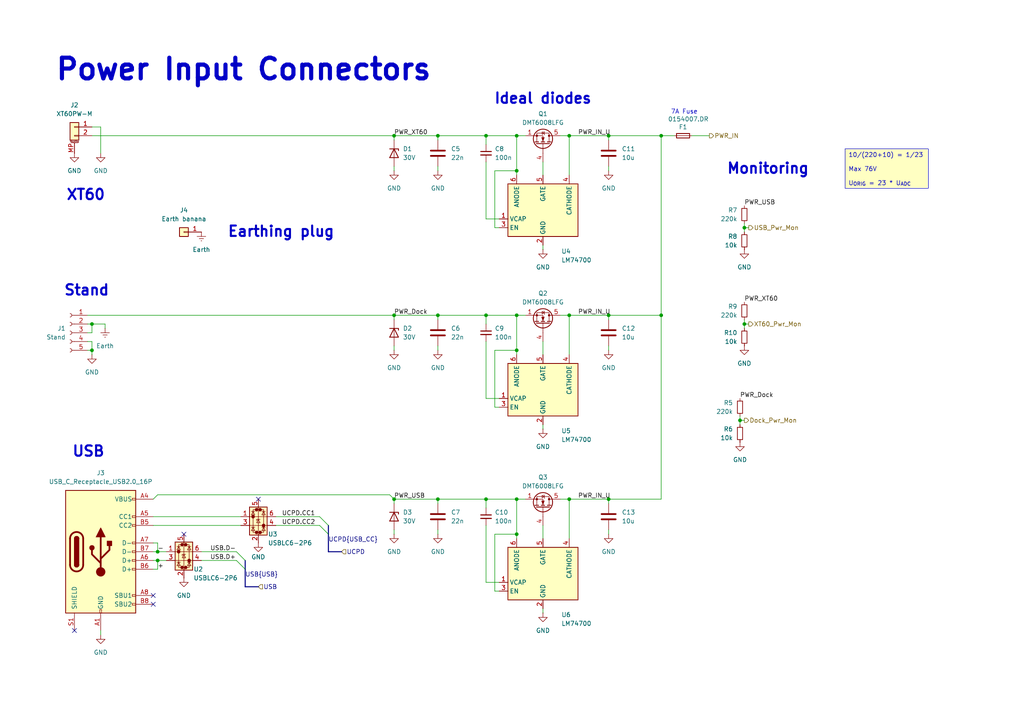
<source format=kicad_sch>
(kicad_sch (version 20241209) (generator "eeschema") (generator_version "9.0")
  (paper "A4")
  (lib_symbols
    (symbol "0154007.DRL_1" (pin_numbers (hide yes)) (pin_names (hide yes))
      (property "Reference" "F" (at 13.97 6.35 0))
      (property "Value" "0154007.DR" (at 13.97 3.81 0))
      (symbol "0154007.DRL_1_1_1"
        (rectangle (start 0.635 0.635) (end 4.445 -0.635) (stroke (width 0.254)))
        (pin passive line (at 0 0 0) (length 2.54) (name "1") (number "1"))
        (pin passive line (at 5.08 0 180) (length 2.54) (name "") (number "2"))
      )
    )
    (symbol "Connector:Conn_01x05_Socket" (pin_names (offset 1.016) (hide yes))
      (property "Reference" "J" (at 0 7.62 0))
      (property "Value" "Conn_01x05_Socket" (at 0 -7.62 0))
      (symbol "Conn_01x05_Socket_1_1"
        (polyline (pts (xy -1.27 5.08) (xy -0.508 5.08)) (stroke (width 0.1524)))
        (polyline (pts (xy -1.27 2.54) (xy -0.508 2.54)) (stroke (width 0.1524)))
        (polyline (pts (xy -1.27 0) (xy -0.508 0)) (stroke (width 0.1524)))
        (polyline (pts (xy -1.27 -2.54) (xy -0.508 -2.54)) (stroke (width 0.1524)))
        (polyline (pts (xy -1.27 -5.08) (xy -0.508 -5.08)) (stroke (width 0.1524)))
        (arc (start 0 4.572) (mid -0.5058 5.08) (end 0 5.588) (stroke (width 0.1524)))
        (arc (start 0 2.032) (mid -0.5058 2.54) (end 0 3.048) (stroke (width 0.1524)))
        (arc (start 0 -0.508) (mid -0.5058 0) (end 0 0.508) (stroke (width 0.1524)))
        (arc (start 0 -3.048) (mid -0.5058 -2.54) (end 0 -2.032) (stroke (width 0.1524)))
        (arc (start 0 -5.588) (mid -0.5058 -5.08) (end 0 -4.572) (stroke (width 0.1524)))
        (pin passive line (at -5.08 5.08 0) (length 3.81) (name "Pin_1") (number "1"))
        (pin passive line (at -5.08 2.54 0) (length 3.81) (name "Pin_2") (number "2"))
        (pin passive line (at -5.08 0 0) (length 3.81) (name "Pin_3") (number "3"))
        (pin passive line (at -5.08 -2.54 0) (length 3.81) (name "Pin_4") (number "4"))
        (pin passive line (at -5.08 -5.08 0) (length 3.81) (name "Pin_5") (number "5"))
      )
    )
    (symbol "Connector:USB_C_Receptacle_USB2.0_16P" (pin_names (offset 1.016))
      (property "Reference" "J" (at 0 22.225 0))
      (property "Value" "USB_C_Receptacle_USB2.0_16P" (at 0 19.685 0))
      (symbol "USB_C_Receptacle_USB2.0_16P_0_0"
        (rectangle (start -0.254 -17.78) (end 0.254 -16.764))
        (rectangle (start 10.16 15.494) (end 9.144 14.986))
        (rectangle (start 10.16 10.414) (end 9.144 9.906))
        (rectangle (start 10.16 7.874) (end 9.144 7.366))
        (rectangle (start 10.16 2.794) (end 9.144 2.286))
        (rectangle (start 10.16 0.254) (end 9.144 -0.254))
        (rectangle (start 10.16 -2.286) (end 9.144 -2.794))
        (rectangle (start 10.16 -4.826) (end 9.144 -5.334))
        (rectangle (start 10.16 -12.446) (end 9.144 -12.954))
        (rectangle (start 10.16 -14.986) (end 9.144 -15.494))
      )
      (symbol "USB_C_Receptacle_USB2.0_16P_0_1"
        (rectangle (start -10.16 17.78) (end 10.16 -17.78) (stroke (width 0.254)) (fill (type background)))
        (polyline (pts (xy -8.89 -3.81) (xy -8.89 3.81)) (stroke (width 0.508)))
        (rectangle (start -7.62 -3.81) (end -6.35 3.81) (stroke (width 0.254)) (fill (type outline)))
        (arc (start -7.62 3.81) (mid -6.985 4.4423) (end -6.35 3.81) (stroke (width 0.254)))
        (arc (start -7.62 3.81) (mid -6.985 4.4423) (end -6.35 3.81) (stroke (width 0.254)) (fill (type outline)))
        (arc (start -8.89 3.81) (mid -6.985 5.7067) (end -5.08 3.81) (stroke (width 0.508)))
        (arc (start -5.08 -3.81) (mid -6.985 -5.7067) (end -8.89 -3.81) (stroke (width 0.508)))
        (arc (start -6.35 -3.81) (mid -6.985 -4.4423) (end -7.62 -3.81) (stroke (width 0.254)) (fill (type outline)))
        (arc (start -6.35 -3.81) (mid -6.985 -4.4423) (end -7.62 -3.81) (stroke (width 0.254)))
        (polyline (pts (xy -5.08 3.81) (xy -5.08 -3.81)) (stroke (width 0.508)))
        (circle (center -2.54 1.143) (radius 0.635) (stroke (width 0.254)) (fill (type outline)))
        (polyline (pts (xy -1.27 4.318) (xy 0 6.858) (xy 1.27 4.318) (xy -1.27 4.318)) (stroke (width 0.254)) (fill (type outline)))
        (polyline (pts (xy 0 -2.032) (xy 2.54 0.508) (xy 2.54 1.778)) (stroke (width 0.508)))
        (polyline (pts (xy 0 -3.302) (xy -2.54 -0.762) (xy -2.54 0.508)) (stroke (width 0.508)))
        (polyline (pts (xy 0 -5.842) (xy 0 4.318)) (stroke (width 0.508)))
        (circle (center 0 -5.842) (radius 1.27) (fill (type outline)))
        (rectangle (start 1.905 1.778) (end 3.175 3.048) (stroke (width 0.254)) (fill (type outline)))
      )
      (symbol "USB_C_Receptacle_USB2.0_16P_1_1"
        (pin passive line (at -7.62 -22.86 90) (length 5.08) (name "SHIELD") (number "S1"))
        (pin passive line (at 0 -22.86 90) (length 5.08) (name "GND") (number "A1"))
        (pin passive line (at 0 -22.86 90) (length 5.08) (hide yes) (name "GND") (number "A12"))
        (pin passive line (at 0 -22.86 90) (length 5.08) (hide yes) (name "GND") (number "B1"))
        (pin passive line (at 0 -22.86 90) (length 5.08) (hide yes) (name "GND") (number "B12"))
        (pin passive line (at 15.24 15.24 180) (length 5.08) (name "VBUS") (number "A4"))
        (pin passive line (at 15.24 15.24 180) (length 5.08) (hide yes) (name "VBUS") (number "A9"))
        (pin passive line (at 15.24 15.24 180) (length 5.08) (hide yes) (name "VBUS") (number "B4"))
        (pin passive line (at 15.24 15.24 180) (length 5.08) (hide yes) (name "VBUS") (number "B9"))
        (pin bidirectional line (at 15.24 10.16 180) (length 5.08) (name "CC1") (number "A5"))
        (pin bidirectional line (at 15.24 7.62 180) (length 5.08) (name "CC2") (number "B5"))
        (pin bidirectional line (at 15.24 2.54 180) (length 5.08) (name "D-") (number "A7"))
        (pin bidirectional line (at 15.24 0 180) (length 5.08) (name "D-") (number "B7"))
        (pin bidirectional line (at 15.24 -2.54 180) (length 5.08) (name "D+") (number "A6"))
        (pin bidirectional line (at 15.24 -5.08 180) (length 5.08) (name "D+") (number "B6"))
        (pin bidirectional line (at 15.24 -12.7 180) (length 5.08) (name "SBU1") (number "A8"))
        (pin bidirectional line (at 15.24 -15.24 180) (length 5.08) (name "SBU2") (number "B8"))
      )
    )
    (symbol "Connector_Generic:Conn_01x01" (pin_names (offset 1.016) (hide yes))
      (property "Reference" "J" (at 0 2.54 0))
      (property "Value" "Conn_01x01" (at 0 -2.54 0))
      (symbol "Conn_01x01_1_1"
        (rectangle (start -1.27 1.27) (end 1.27 -1.27) (stroke (width 0.254)) (fill (type background)))
        (rectangle (start -1.27 0.127) (end 0 -0.127) (stroke (width 0.1524)))
        (pin passive line (at -5.08 0 0) (length 3.81) (name "Pin_1") (number "1"))
      )
    )
    (symbol "Connector_Generic_MountingPin:Conn_01x02_MountingPin" (pin_names (offset 1.016) (hide yes))
      (property "Reference" "J" (at 0 2.54 0))
      (property "Value" "Conn_01x02_MountingPin" (at 1.27 -5.08 0))
      (symbol "Conn_01x02_MountingPin_1_1"
        (rectangle (start -1.27 1.27) (end 1.27 -3.81) (stroke (width 0.254)) (fill (type background)))
        (rectangle (start -1.27 0.127) (end 0 -0.127) (stroke (width 0.1524)))
        (rectangle (start -1.27 -2.413) (end 0 -2.667) (stroke (width 0.1524)))
        (polyline (pts (xy -1.016 -4.572) (xy 1.016 -4.572)) (stroke (width 0.1524)))
        (text "Mounting" (at 0 -4.191 0) (effects (font (size 0.381 0.381))))
        (pin passive line (at -5.08 0 0) (length 3.81) (name "Pin_1") (number "1"))
        (pin passive line (at -5.08 -2.54 0) (length 3.81) (name "Pin_2") (number "2"))
        (pin passive line (at 0 -7.62 90) (length 3.048) (name "MountPin") (number "MP"))
      )
    )
    (symbol "Device:C" (pin_numbers (hide yes)) (pin_names (offset 0.254))
      (property "Reference" "C" (at 0.635 2.54 0))
      (property "Value" "C" (at 0.635 -2.54 0))
      (symbol "C_0_1"
        (polyline (pts (xy -2.032 0.762) (xy 2.032 0.762)) (stroke (width 0.508)))
        (polyline (pts (xy -2.032 -0.762) (xy 2.032 -0.762)) (stroke (width 0.508)))
      )
      (symbol "C_1_1"
        (pin passive line (at 0 3.81 270) (length 2.794) (name "~") (number "1"))
        (pin passive line (at 0 -3.81 90) (length 2.794) (name "~") (number "2"))
      )
    )
    (symbol "Device:C_Small" (pin_numbers (hide yes)) (pin_names (offset 0.254) (hide yes))
      (property "Reference" "C" (at 0.254 1.778 0))
      (property "Value" "C_Small" (at 0.254 -2.032 0))
      (symbol "C_Small_0_1"
        (polyline (pts (xy -1.524 0.508) (xy 1.524 0.508)) (stroke (width 0.3048)))
        (polyline (pts (xy -1.524 -0.508) (xy 1.524 -0.508)) (stroke (width 0.3302)))
      )
      (symbol "C_Small_1_1"
        (pin passive line (at 0 2.54 270) (length 2.032) (name "~") (number "1"))
        (pin passive line (at 0 -2.54 90) (length 2.032) (name "~") (number "2"))
      )
    )
    (symbol "Device:R_Small" (pin_numbers (hide yes)) (pin_names (offset 0.254) (hide yes))
      (property "Reference" "R" (at 0.762 0.508 0))
      (property "Value" "R_Small" (at 0.762 -1.016 0))
      (symbol "R_Small_0_1"
        (rectangle (start -0.762 1.778) (end 0.762 -1.778) (stroke (width 0.2032)))
      )
      (symbol "R_Small_1_1"
        (pin passive line (at 0 2.54 270) (length 0.762) (name "~") (number "1"))
        (pin passive line (at 0 -2.54 90) (length 0.762) (name "~") (number "2"))
      )
    )
    (symbol "Diode:ZPYxx" (pin_numbers (hide yes)) (pin_names (hide yes))
      (property "Reference" "D" (at 0 2.54 0))
      (property "Value" "ZPYxx" (at 0 -2.54 0))
      (symbol "ZPYxx_0_1"
        (polyline (pts (xy -1.27 -1.27) (xy -1.27 1.27) (xy -0.762 1.27)) (stroke (width 0.254)))
        (polyline (pts (xy 1.27 0) (xy -1.27 0)))
        (polyline (pts (xy 1.27 -1.27) (xy 1.27 1.27) (xy -1.27 0) (xy 1.27 -1.27)) (stroke (width 0.254)))
      )
      (symbol "ZPYxx_1_1"
        (pin passive line (at -3.81 0 0) (length 2.54) (name "K") (number "1"))
        (pin passive line (at 3.81 0 180) (length 2.54) (name "A") (number "2"))
      )
    )
    (symbol "Power_Management:LM74700"
      (property "Reference" "U" (at -9.525 -8.89 0))
      (property "Value" "LM74700" (at 7.62 -8.89 0))
      (symbol "LM74700_0_1"
        (rectangle (start -10.16 7.62) (end 10.16 -7.62) (stroke (width 0.254)) (fill (type background)))
      )
      (symbol "LM74700_1_1"
        (pin passive line (at -12.7 -2.54 0) (length 2.54) (name "VCAP") (number "1"))
        (pin input line (at -12.7 -5.08 0) (length 2.54) (name "EN") (number "3"))
        (pin power_in line (at -7.62 10.16 270) (length 2.54) (name "ANODE") (number "6"))
        (pin output line (at 0 10.16 270) (length 2.54) (name "GATE") (number "5"))
        (pin power_in line (at 0 -10.16 90) (length 2.54) (name "GND") (number "2"))
        (pin input line (at 7.62 10.16 270) (length 2.54) (name "CATHODE") (number "4"))
      )
    )
    (symbol "Power_Protection:USBLC6-2P6" (pin_names (hide yes))
      (property "Reference" "U" (at 0.635 5.715 0))
      (property "Value" "USBLC6-2P6" (at 0.635 3.81 0))
      (symbol "USBLC6-2P6_0_0"
        (circle (center -1.524 0) (radius 0.0001) (stroke (width 0.508)))
        (circle (center -0.508 2.032) (radius 0.0001) (stroke (width 0.508)))
        (circle (center -0.508 -4.572) (radius 0.0001) (stroke (width 0.508)))
        (circle (center 0.508 2.032) (radius 0.0001) (stroke (width 0.508)))
        (circle (center 0.508 -4.572) (radius 0.0001) (stroke (width 0.508)))
        (circle (center 1.524 -2.54) (radius 0.0001) (stroke (width 0.508)))
      )
      (symbol "USBLC6-2P6_0_1"
        (polyline (pts (xy -2.54 0) (xy 2.54 0)))
        (polyline (pts (xy -2.54 -2.54) (xy 2.54 -2.54)))
        (polyline (pts (xy -2.032 0.508) (xy -1.016 0.508) (xy -1.524 1.524) (xy -2.032 0.508)))
        (polyline (pts (xy -2.032 -3.048) (xy -1.016 -3.048)))
        (polyline (pts (xy -1.016 1.524) (xy -2.032 1.524)))
        (polyline (pts (xy -1.016 -4.064) (xy -2.032 -4.064) (xy -1.524 -3.048) (xy -1.016 -4.064)))
        (polyline (pts (xy -0.508 -1.143) (xy -0.508 -0.762) (xy 0.508 -0.762)))
        (polyline (pts (xy 0 2.54) (xy -0.508 2.032) (xy 0.508 2.032) (xy 0 1.524) (xy 0 -4.064) (xy -0.508 -4.572) (xy 0.508 -4.572) (xy 0 -5.08)))
        (polyline (pts (xy 0.508 -1.778) (xy -0.508 -1.778) (xy 0 -0.762) (xy 0.508 -1.778)))
        (polyline (pts (xy 1.016 1.524) (xy 2.032 1.524)))
        (polyline (pts (xy 1.016 -3.048) (xy 2.032 -3.048)))
        (polyline (pts (xy 2.032 0.508) (xy 1.016 0.508) (xy 1.524 1.524) (xy 2.032 0.508)))
        (polyline (pts (xy 2.032 -4.064) (xy 1.016 -4.064) (xy 1.524 -3.048) (xy 2.032 -4.064)))
      )
      (symbol "USBLC6-2P6_1_1"
        (rectangle (start -2.54 2.794) (end 2.54 -5.334) (stroke (width 0.254)) (fill (type background)))
        (polyline (pts (xy -0.508 2.032) (xy -1.524 2.032) (xy -1.524 -4.572) (xy -0.508 -4.572)))
        (polyline (pts (xy 0.508 -4.572) (xy 1.524 -4.572) (xy 1.524 2.032) (xy 0.508 2.032)))
        (pin passive line (at -5.08 0 0) (length 2.54) (name "I/O1") (number "1"))
        (pin passive line (at -5.08 -2.54 0) (length 2.54) (name "I/O2") (number "3"))
        (pin passive line (at 0 5.08 270) (length 2.54) (name "VBUS") (number "5"))
        (pin passive line (at 0 -7.62 90) (length 2.54) (name "GND") (number "2"))
        (pin passive line (at 5.08 0 180) (length 2.54) (name "I/O1") (number "6"))
        (pin passive line (at 5.08 -2.54 180) (length 2.54) (name "I/O2") (number "4"))
      )
    )
    (symbol "Transistor_FET:DMT6008LFG" (pin_names (hide yes))
      (property "Reference" "Q" (at 5.08 1.905 0))
      (property "Value" "DMT6008LFG" (at 5.08 0 0))
      (symbol "DMT6008LFG_0_1"
        (polyline (pts (xy 0.254 1.905) (xy 0.254 -1.905)) (stroke (width 0.254)))
        (polyline (pts (xy 0.254 0) (xy -2.54 0)))
        (polyline (pts (xy 0.762 2.286) (xy 0.762 1.27)) (stroke (width 0.254)))
        (polyline (pts (xy 0.762 0.508) (xy 0.762 -0.508)) (stroke (width 0.254)))
        (polyline (pts (xy 0.762 -1.27) (xy 0.762 -2.286)) (stroke (width 0.254)))
        (polyline (pts (xy 0.762 -1.778) (xy 3.302 -1.778) (xy 3.302 1.778) (xy 0.762 1.778)))
        (polyline (pts (xy 1.016 0) (xy 2.032 0.381) (xy 2.032 -0.381) (xy 1.016 0)) (fill (type outline)))
        (circle (center 1.651 0) (radius 2.794) (stroke (width 0.254)))
        (polyline (pts (xy 2.54 2.54) (xy 2.54 1.778)))
        (circle (center 2.54 1.778) (radius 0.254) (fill (type outline)))
        (circle (center 2.54 -1.778) (radius 0.254) (fill (type outline)))
        (polyline (pts (xy 2.54 -2.54) (xy 2.54 0) (xy 0.762 0)))
        (polyline (pts (xy 2.794 0.508) (xy 2.921 0.381) (xy 3.683 0.381) (xy 3.81 0.254)))
        (polyline (pts (xy 3.302 0.381) (xy 2.921 -0.254) (xy 3.683 -0.254) (xy 3.302 0.381)))
      )
      (symbol "DMT6008LFG_1_1"
        (pin passive line (at -5.08 0 0) (length 2.54) (name "G") (number "4"))
        (pin passive line (at 2.54 5.08 270) (length 2.54) (name "D") (number "5"))
        (pin passive line (at 2.54 -5.08 90) (length 2.54) (name "S") (number "1"))
        (pin passive line (at 2.54 -5.08 90) (length 2.54) (hide yes) (name "S") (number "2"))
        (pin passive line (at 2.54 -5.08 90) (length 2.54) (hide yes) (name "S") (number "3"))
      )
    )
    (symbol "power:Earth" (power) (pin_numbers (hide yes)) (pin_names (offset 0) (hide yes))
      (property "Value" "Earth" (at 0 -3.81 0))
      (symbol "Earth_0_1"
        (polyline (pts (xy -0.635 -1.905) (xy 0.635 -1.905)))
        (polyline (pts (xy -0.127 -2.54) (xy 0.127 -2.54)))
        (polyline (pts (xy 0 -1.27) (xy 0 0)))
        (polyline (pts (xy 1.27 -1.27) (xy -1.27 -1.27)))
      )
      (symbol "Earth_1_1"
        (pin power_in line (at 0 0 270) (length 0) (name "~") (number "1"))
      )
    )
    (symbol "power:GND" (power) (pin_numbers (hide yes)) (pin_names (offset 0) (hide yes))
      (property "Value" "GND" (at 0 -3.81 0))
      (symbol "GND_0_1"
        (polyline (pts (xy 0 0) (xy 0 -1.27) (xy 1.27 -1.27) (xy 0 -2.54) (xy -1.27 -1.27) (xy 0 -1.27)))
      )
      (symbol "GND_1_1"
        (pin power_in line (at 0 0 270) (length 0) (name "~") (number "1"))
      )
    )
  )
  (bus_alias "USB" (members "D+" "D-"))
  (bus_alias "USB_CC" (members "CC1" "CC2"))
  (text "Monitoring" (at 222.758 49.022 0) (effects (font (size 3 3) (bold yes))))
  (text "Ideal diodes" (at 157.48 28.702 0) (effects (font (size 3 3) (bold yes))))
  (text "Power Input Connectors" (at 15.748 16.764 0) (effects (font (size 6 6) (bold yes)) (justify left top)))
  (text "XT60" (at 24.892 56.642 0) (effects (font (size 3 3) (bold yes))))
  (text "Earthing plug" (at 81.534 67.31 0) (effects (font (size 3 3) (bold yes))))
  (text "USB" (at 25.654 131.064 0) (effects (font (size 3 3) (bold yes))))
  (text "Stand" (at 25.146 84.328 0) (effects (font (size 3 3) (bold yes))))
  (text "7A Fuse" (at 194.564 33.274 0) (effects (font (size 1.27 1.27)) (justify left bottom)))
  (text_box "10/(220+10) = 1/23\n\nMax 76V\n\nU_{ORIG} = 23 * U_{ADC}" (at 245.11 43.18 0) (size 24.13 11.43) (margins 0.9525 0.9525 0.9525 0.9525) (fill (type color) (color 255 255 194 1)) (effects (font (size 1.27 1.27)) (justify left top)))
  (junction (at 140.97 144.78))
  (junction (at 165.1 144.78))
  (junction (at 191.77 91.44))
  (junction (at 26.67 101.6))
  (junction (at 127 144.78))
  (junction (at 140.97 39.37))
  (junction (at 149.86 49.53))
  (junction (at 149.86 101.6))
  (junction (at 165.1 39.37))
  (junction (at 149.86 144.78))
  (junction (at 114.3 144.78))
  (junction (at 176.53 91.44))
  (junction (at 215.9 93.98))
  (junction (at 127 39.37))
  (junction (at 127 91.44))
  (junction (at 149.86 154.94))
  (junction (at 114.3 91.44))
  (junction (at 149.86 91.44))
  (junction (at 215.9 66.04))
  (junction (at 191.77 39.37))
  (junction (at 149.86 39.37))
  (junction (at 26.67 93.98))
  (junction (at 165.1 91.44))
  (junction (at 114.3 39.37))
  (junction (at 176.53 144.78))
  (junction (at 176.53 39.37))
  (junction (at 140.97 91.44))
  (junction (at 45.72 160.02))
  (junction (at 214.63 121.92))
  (junction (at 45.72 162.56))
  (no_connect (at 53.34 154.94))
  (no_connect (at 74.93 144.78))
  (no_connect (at 44.45 175.26))
  (no_connect (at 44.45 172.72))
  (no_connect (at 21.59 182.88))
  (bus_entry (at 71.12 165.1) (size -2.54 -2.54))
  (bus_entry (at 95.25 154.94) (size -2.54 -2.54))
  (bus_entry (at 95.25 152.4) (size -2.54 -2.54))
  (bus_entry (at 71.12 162.56) (size -2.54 -2.54))
  (wire (pts (xy 157.48 99.06) (xy 157.48 102.87)))
  (wire (pts (xy 215.9 66.04) (xy 217.17 66.04)))
  (wire (pts (xy 114.3 91.44) (xy 114.3 92.71)))
  (bus (pts (xy 71.12 165.1) (xy 71.12 170.18)))
  (wire (pts (xy 80.01 152.4) (xy 92.71 152.4)))
  (wire (pts (xy 127 146.05) (xy 127 144.78)))
  (wire (pts (xy 140.97 63.5) (xy 144.78 63.5)))
  (wire (pts (xy 149.86 144.78) (xy 152.4 144.78)))
  (wire (pts (xy 114.3 146.05) (xy 114.3 144.78)))
  (wire (pts (xy 45.72 162.56) (xy 45.72 165.1)))
  (bus (pts (xy 99.06 160.02) (xy 95.25 160.02)))
  (wire (pts (xy 162.56 39.37) (xy 165.1 39.37)))
  (wire (pts (xy 149.86 156.21) (xy 149.86 154.94)))
  (wire (pts (xy 44.45 152.4) (xy 69.85 152.4)))
  (wire (pts (xy 45.72 160.02) (xy 44.45 160.02)))
  (wire (pts (xy 29.21 182.88) (xy 29.21 184.15)))
  (wire (pts (xy 215.9 66.04) (xy 215.9 67.31)))
  (wire (pts (xy 127 92.71) (xy 127 91.44)))
  (bus (pts (xy 71.12 162.56) (xy 71.12 165.1)))
  (wire (pts (xy 157.48 152.4) (xy 157.48 156.21)))
  (wire (pts (xy 45.72 162.56) (xy 48.26 162.56)))
  (wire (pts (xy 127 100.33) (xy 127 101.6)))
  (wire (pts (xy 176.53 91.44) (xy 191.77 91.44)))
  (wire (pts (xy 26.67 101.6) (xy 26.67 102.87)))
  (wire (pts (xy 140.97 99.06) (xy 140.97 115.57)))
  (wire (pts (xy 165.1 144.78) (xy 176.53 144.78)))
  (wire (pts (xy 127 153.67) (xy 127 154.94)))
  (wire (pts (xy 176.53 92.71) (xy 176.53 91.44)))
  (wire (pts (xy 165.1 91.44) (xy 165.1 102.87)))
  (wire (pts (xy 157.48 176.53) (xy 157.48 177.8)))
  (wire (pts (xy 214.63 120.65) (xy 214.63 121.92)))
  (wire (pts (xy 176.53 40.64) (xy 176.53 39.37)))
  (wire (pts (xy 214.63 121.92) (xy 214.63 123.19)))
  (wire (pts (xy 45.72 160.02) (xy 48.26 160.02)))
  (wire (pts (xy 149.86 91.44) (xy 140.97 91.44)))
  (wire (pts (xy 26.67 99.06) (xy 26.67 101.6)))
  (wire (pts (xy 58.42 162.56) (xy 68.58 162.56)))
  (bus (pts (xy 95.25 154.94) (xy 95.25 160.02)))
  (wire (pts (xy 149.86 39.37) (xy 140.97 39.37)))
  (wire (pts (xy 143.51 171.45) (xy 143.51 154.94)))
  (wire (pts (xy 176.53 48.26) (xy 176.53 49.53)))
  (wire (pts (xy 127 144.78) (xy 140.97 144.78)))
  (wire (pts (xy 165.1 39.37) (xy 165.1 50.8)))
  (wire (pts (xy 26.67 96.52) (xy 25.4 96.52)))
  (wire (pts (xy 149.86 101.6) (xy 149.86 91.44)))
  (wire (pts (xy 140.97 144.78) (xy 140.97 147.32)))
  (wire (pts (xy 114.3 100.33) (xy 114.3 101.6)))
  (wire (pts (xy 215.9 64.77) (xy 215.9 66.04)))
  (wire (pts (xy 165.1 144.78) (xy 165.1 156.21)))
  (wire (pts (xy 176.53 39.37) (xy 191.77 39.37)))
  (wire (pts (xy 45.72 157.48) (xy 45.72 160.02)))
  (wire (pts (xy 143.51 154.94) (xy 149.86 154.94)))
  (wire (pts (xy 25.4 93.98) (xy 26.67 93.98)))
  (wire (pts (xy 214.63 121.92) (xy 215.9 121.92)))
  (wire (pts (xy 140.97 46.99) (xy 140.97 63.5)))
  (wire (pts (xy 176.53 144.78) (xy 191.77 144.78)))
  (wire (pts (xy 114.3 153.67) (xy 114.3 154.94)))
  (wire (pts (xy 149.86 39.37) (xy 152.4 39.37)))
  (wire (pts (xy 144.78 171.45) (xy 143.51 171.45)))
  (wire (pts (xy 127 91.44) (xy 140.97 91.44)))
  (wire (pts (xy 44.45 149.86) (xy 69.85 149.86)))
  (wire (pts (xy 26.67 93.98) (xy 30.48 93.98)))
  (wire (pts (xy 45.72 143.51) (xy 113.03 143.51)))
  (wire (pts (xy 26.67 39.37) (xy 114.3 39.37)))
  (wire (pts (xy 157.48 46.99) (xy 157.48 50.8)))
  (wire (pts (xy 44.45 165.1) (xy 45.72 165.1)))
  (wire (pts (xy 140.97 152.4) (xy 140.97 168.91)))
  (wire (pts (xy 127 40.64) (xy 127 39.37)))
  (wire (pts (xy 176.53 153.67) (xy 176.53 154.94)))
  (wire (pts (xy 200.66 39.37) (xy 205.74 39.37)))
  (wire (pts (xy 140.97 39.37) (xy 140.97 41.91)))
  (wire (pts (xy 215.9 93.98) (xy 215.9 95.25)))
  (wire (pts (xy 176.53 100.33) (xy 176.53 101.6)))
  (wire (pts (xy 140.97 168.91) (xy 144.78 168.91)))
  (wire (pts (xy 144.78 66.04) (xy 143.51 66.04)))
  (wire (pts (xy 127 39.37) (xy 140.97 39.37)))
  (wire (pts (xy 26.67 93.98) (xy 26.67 96.52)))
  (wire (pts (xy 114.3 39.37) (xy 127 39.37)))
  (bus (pts (xy 95.25 152.4) (xy 95.25 154.94)))
  (wire (pts (xy 149.86 91.44) (xy 152.4 91.44)))
  (bus (pts (xy 71.12 170.18) (xy 74.93 170.18)))
  (wire (pts (xy 143.51 66.04) (xy 143.51 49.53)))
  (wire (pts (xy 113.03 143.51) (xy 114.3 144.78)))
  (wire (pts (xy 143.51 49.53) (xy 149.86 49.53)))
  (wire (pts (xy 140.97 91.44) (xy 140.97 93.98)))
  (wire (pts (xy 80.01 149.86) (xy 92.71 149.86)))
  (wire (pts (xy 44.45 157.48) (xy 45.72 157.48)))
  (wire (pts (xy 191.77 39.37) (xy 195.58 39.37)))
  (wire (pts (xy 29.21 36.83) (xy 29.21 44.45)))
  (wire (pts (xy 114.3 91.44) (xy 127 91.44)))
  (wire (pts (xy 30.48 95.25) (xy 30.48 93.98)))
  (wire (pts (xy 149.86 154.94) (xy 149.86 144.78)))
  (wire (pts (xy 140.97 115.57) (xy 144.78 115.57)))
  (wire (pts (xy 157.48 123.19) (xy 157.48 124.46)))
  (wire (pts (xy 149.86 102.87) (xy 149.86 101.6)))
  (wire (pts (xy 25.4 91.44) (xy 114.3 91.44)))
  (wire (pts (xy 191.77 39.37) (xy 191.77 91.44)))
  (wire (pts (xy 165.1 91.44) (xy 176.53 91.44)))
  (wire (pts (xy 143.51 118.11) (xy 143.51 101.6)))
  (wire (pts (xy 114.3 144.78) (xy 127 144.78)))
  (wire (pts (xy 44.45 144.78) (xy 45.72 143.51)))
  (wire (pts (xy 165.1 39.37) (xy 176.53 39.37)))
  (wire (pts (xy 176.53 146.05) (xy 176.53 144.78)))
  (wire (pts (xy 162.56 144.78) (xy 165.1 144.78)))
  (wire (pts (xy 191.77 91.44) (xy 191.77 144.78)))
  (wire (pts (xy 114.3 39.37) (xy 114.3 40.64)))
  (wire (pts (xy 58.42 160.02) (xy 68.58 160.02)))
  (wire (pts (xy 157.48 71.12) (xy 157.48 72.39)))
  (wire (pts (xy 26.67 101.6) (xy 25.4 101.6)))
  (wire (pts (xy 149.86 49.53) (xy 149.86 39.37)))
  (wire (pts (xy 162.56 91.44) (xy 165.1 91.44)))
  (wire (pts (xy 127 48.26) (xy 127 49.53)))
  (wire (pts (xy 44.45 162.56) (xy 45.72 162.56)))
  (wire (pts (xy 26.67 36.83) (xy 29.21 36.83)))
  (wire (pts (xy 114.3 48.26) (xy 114.3 49.53)))
  (wire (pts (xy 25.4 99.06) (xy 26.67 99.06)))
  (wire (pts (xy 144.78 118.11) (xy 143.51 118.11)))
  (wire (pts (xy 215.9 92.71) (xy 215.9 93.98)))
  (wire (pts (xy 143.51 101.6) (xy 149.86 101.6)))
  (wire (pts (xy 149.86 50.8) (xy 149.86 49.53)))
  (wire (pts (xy 149.86 144.78) (xy 140.97 144.78)))
  (wire (pts (xy 215.9 93.98) (xy 217.17 93.98)))
  (label "USB.D+" (at 60.96 162.56 0))
  (label "UCPD.CC1" (at 91.44 149.86 180))
  (label "PWR_IN_U" (at 167.64 144.78 0))
  (label "PWR_USB" (at 114.3 144.78 0))
  (label "PWR_IN_U" (at 167.64 39.37 0))
  (label "USB.D-" (at 60.96 160.02 0))
  (label "PWR_Dock" (at 114.3 91.44 0))
  (label "PWR_XT60" (at 215.9 87.63 0))
  (label "UCPD{USB_CC}" (at 95.25 157.48 0))
  (label "UCPD.CC2" (at 91.44 152.4 180))
  (label "PWR_Dock" (at 214.63 115.57 0))
  (label "PWR_XT60" (at 114.3 39.37 0))
  (label "PWR_IN_U" (at 167.64 91.44 0))
  (label "PWR_USB" (at 215.9 59.69 0))
  (label "+" (at 45.72 165.1 0))
  (label "-" (at 45.72 160.02 0))
  (label "USB{USB}" (at 71.12 167.64 0))
  (hierarchical_label "USB" (shape input) (at 74.93 170.18 0))
  (hierarchical_label "XT60_Pwr_Mon" (shape output) (at 217.17 93.98 0))
  (hierarchical_label "USB_Pwr_Mon" (shape output) (at 217.17 66.04 0))
  (hierarchical_label "Dock_Pwr_Mon" (shape output) (at 215.9 121.92 0))
  (hierarchical_label "UCPD" (shape input) (at 99.06 160.02 0))
  (hierarchical_label "PWR_IN" (shape output) (at 205.74 39.37 0))
  (symbol (lib_id "Device:C") (at 176.53 96.52 0) (unit 1)
    (property "Reference" "C12" (at 180.34 95.2499 0) (effects (justify left)))
    (property "Value" "10u" (at 180.34 97.7899 0) (effects (justify left)))
    (property "Footprint" "Capacitor_SMD:C_1206_3216Metric" (effects (hide yes)))
    (property "Description" "Unpolarized capacitor" (effects (hide yes)))
    (property "LCSC" "C13585" (effects (hide yes)))
  )
  (symbol (lib_id "Power_Management:LM74700") (at 157.48 113.03 0) (unit 1)
    (property "Reference" "U5" (at 162.814 124.968 0) (effects (justify left)))
    (property "Value" "LM74700" (at 162.814 127.508 0) (effects (justify left)))
    (property "Footprint" "Package_TO_SOT_SMD:SOT-23-6" (effects (hide yes)))
    (property "Datasheet" "http://www.ti.com/lit/gpn/LM74700-Q1" (effects (hide yes)))
    (property "Description" "Low Iq reverse battery protection ideal diode controller, SOT-23-6" (effects (hide yes)))
    (property "LCSC" "C7589230" (effects (hide yes)))
  )
  (symbol (lib_id "power:GND") (at 114.3 49.53 0) (unit 1)
    (property "Reference" "#PWR020" (effects (hide yes)))
    (property "Value" "GND" (at 114.3 54.61 0))
    (property "Description" "Power symbol creates a global label with name \"GND\" , ground" (effects (hide yes)))
  )
  (symbol (lib_id "power:GND") (at 74.93 157.48 0) (unit 1)
    (property "Reference" "#PWR019" (effects (hide yes)))
    (property "Value" "GND" (at 76.962 161.544 0) (effects (justify right)))
    (property "Description" "Power symbol creates a global label with name \"GND\" , ground" (effects (hide yes)))
  )
  (symbol (lib_id "power:Earth") (at 58.42 67.31 0) (unit 1)
    (property "Reference" "#PWR018" (effects (hide yes)))
    (property "Value" "Earth" (at 58.42 72.39 0))
    (property "Description" "Power symbol creates a global label with name \"Earth\"" (effects (hide yes)))
  )
  (symbol (lib_id "power:GND") (at 215.9 100.33 0) (unit 1)
    (property "Reference" "#PWR034" (effects (hide yes)))
    (property "Value" "GND" (at 215.9 105.41 0))
    (property "Description" "Power symbol creates a global label with name \"GND\" , ground" (effects (hide yes)))
  )
  (symbol (lib_id "Power_Management:LM74700") (at 157.48 166.37 0) (unit 1)
    (property "Reference" "U6" (at 162.814 178.308 0) (effects (justify left)))
    (property "Value" "LM74700" (at 162.814 180.848 0) (effects (justify left)))
    (property "Footprint" "Package_TO_SOT_SMD:SOT-23-6" (effects (hide yes)))
    (property "Datasheet" "http://www.ti.com/lit/gpn/LM74700-Q1" (effects (hide yes)))
    (property "Description" "Low Iq reverse battery protection ideal diode controller, SOT-23-6" (effects (hide yes)))
    (property "LCSC" "C7589230" (effects (hide yes)))
  )
  (symbol (lib_id "Connector_Generic_MountingPin:Conn_01x02_MountingPin") (at 21.59 36.83 0) (mirror y) (unit 1)
    (property "Reference" "J2" (at 21.59 30.48 0))
    (property "Value" "XT60PW-M" (at 21.59 33.02 0))
    (property "Footprint" "jxsolder:XT60PW-M" (effects (hide yes)))
    (property "Description" "Generic connectable mounting pin connector, single row, 01x02, script generated (kicad-library-utils/schlib/autogen/connector/)" (effects (hide yes)))
    (property "LCSC" "C98732" (effects (hide yes)))
  )
  (symbol (lib_id "Connector:USB_C_Receptacle_USB2.0_16P") (at 29.21 160.02 0) (unit 1)
    (property "Reference" "J3" (at 29.21 137.16 0))
    (property "Value" "USB_C_Receptacle_USB2.0_16P" (at 29.21 139.7 0))
    (property "Footprint" "Connector_USB:USB_C_Receptacle_G-Switch_GT-USB-7010ASV" (effects (hide yes)))
    (property "Datasheet" "https://www.usb.org/sites/default/files/documents/usb_type-c.zip" (effects (hide yes)))
    (property "Description" "USB 2.0-only 16P Type-C Receptacle connector" (effects (hide yes)))
    (property "LCSC" "C963413" (effects (hide yes)))
  )
  (symbol (lib_id "Device:R_Small") (at 214.63 118.11 0) (unit 1)
    (property "Reference" "R5" (at 212.598 116.84 0) (effects (justify right)))
    (property "Value" "220k" (at 212.598 119.38 0) (effects (justify right)))
    (property "Footprint" "Resistor_SMD:R_0603_1608Metric" (effects (hide yes)))
    (property "Description" "Resistor, small symbol" (effects (hide yes)))
    (property "LCSC" "C861231" (effects (hide yes)))
  )
  (symbol (lib_id "power:GND") (at 157.48 124.46 0) (unit 1)
    (property "Reference" "#PWR027" (effects (hide yes)))
    (property "Value" "GND" (at 157.48 129.54 0))
    (property "Description" "Power symbol creates a global label with name \"GND\" , ground" (effects (hide yes)))
  )
  (symbol (lib_id "power:GND") (at 214.63 128.27 0) (unit 1)
    (property "Reference" "#PWR032" (effects (hide yes)))
    (property "Value" "GND" (at 214.63 133.35 0))
    (property "Description" "Power symbol creates a global label with name \"GND\" , ground" (effects (hide yes)))
  )
  (symbol (lib_id "power:GND") (at 157.48 72.39 0) (unit 1)
    (property "Reference" "#PWR026" (effects (hide yes)))
    (property "Value" "GND" (at 157.48 77.47 0))
    (property "Description" "Power symbol creates a global label with name \"GND\" , ground" (effects (hide yes)))
  )
  (symbol (lib_id "Power_Management:LM74700") (at 157.48 60.96 0) (unit 1)
    (property "Reference" "U4" (at 162.814 72.898 0) (effects (justify left)))
    (property "Value" "LM74700" (at 162.814 75.438 0) (effects (justify left)))
    (property "Footprint" "Package_TO_SOT_SMD:SOT-23-6" (effects (hide yes)))
    (property "Datasheet" "http://www.ti.com/lit/gpn/LM74700-Q1" (effects (hide yes)))
    (property "Description" "Low Iq reverse battery protection ideal diode controller, SOT-23-6" (effects (hide yes)))
    (property "LCSC" "C7589230" (effects (hide yes)))
  )
  (symbol (lib_id "power:GND") (at 176.53 101.6 0) (unit 1)
    (property "Reference" "#PWR030" (effects (hide yes)))
    (property "Value" "GND" (at 176.53 106.68 0))
    (property "Description" "Power symbol creates a global label with name \"GND\" , ground" (effects (hide yes)))
  )
  (symbol (lib_id "power:GND") (at 29.21 184.15 0) (unit 1)
    (property "Reference" "#PWR015" (effects (hide yes)))
    (property "Value" "GND" (at 29.21 189.23 0))
    (property "Description" "Power symbol creates a global label with name \"GND\" , ground" (effects (hide yes)))
  )
  (symbol (lib_id "Power_Protection:USBLC6-2P6") (at 53.34 160.02 0) (unit 1)
    (property "Reference" "U2" (at 56.134 165.1 0) (effects (justify left)))
    (property "Value" "USBLC6-2P6" (at 56.134 167.64 0) (effects (justify left)))
    (property "Footprint" "Package_TO_SOT_SMD:SOT-666" (effects (hide yes)))
    (property "Datasheet" "https://www.st.com/resource/en/datasheet/usblc6-2.pdf" (effects (hide yes)))
    (property "Description" "Very low capacitance ESD protection diode, 2 data-line, SOT-666" (effects (hide yes)))
    (property "LCSC" "C15999" (effects (hide yes)))
  )
  (symbol (lib_id "power:GND") (at 176.53 154.94 0) (unit 1)
    (property "Reference" "#PWR031" (effects (hide yes)))
    (property "Value" "GND" (at 176.53 160.02 0))
    (property "Description" "Power symbol creates a global label with name \"GND\" , ground" (effects (hide yes)))
  )
  (symbol (lib_id "Device:C") (at 127 149.86 0) (unit 1)
    (property "Reference" "C7" (at 130.81 148.5899 0) (effects (justify left)))
    (property "Value" "22n" (at 130.81 151.1299 0) (effects (justify left)))
    (property "Footprint" "Capacitor_SMD:C_0603_1608Metric" (effects (hide yes)))
    (property "Description" "Unpolarized capacitor" (effects (hide yes)))
    (property "LCSC" "C21122" (effects (hide yes)))
  )
  (symbol (lib_id "Connector_Generic:Conn_01x01") (at 53.34 67.31 0) (mirror y) (unit 1)
    (property "Reference" "J4" (at 53.34 60.96 0))
    (property "Value" "Earth banana" (at 53.34 63.5 0))
    (property "Footprint" "jxsolder:CONN-TH_24.243.2" (effects (hide yes)))
    (property "Description" "Generic connector, single row, 01x01, script generated (kicad-library-utils/schlib/autogen/connector/)" (effects (hide yes)))
    (property "LCSC" "C7437324" (effects (hide yes)))
  )
  (symbol (lib_id "power:GND") (at 127 49.53 0) (unit 1)
    (property "Reference" "#PWR023" (effects (hide yes)))
    (property "Value" "GND" (at 127 54.61 0))
    (property "Description" "Power symbol creates a global label with name \"GND\" , ground" (effects (hide yes)))
  )
  (symbol (lib_id "Diode:ZPYxx") (at 114.3 149.86 270) (unit 1)
    (property "Reference" "D3" (at 116.84 148.5899 90) (effects (justify left)))
    (property "Value" "30V" (at 116.84 151.1299 90) (effects (justify left)))
    (property "Footprint" "Diode_SMD:D_SMA" (effects (hide yes)))
    (property "Datasheet" "https://www.lcsc.com/datasheet/lcsc_datasheet_2409302033_MDD-Microdiode-Semiconductor-SMAJ48CA_C173501.pdf" (effects (hide yes)))
    (property "Description" "48V V_RWM unidirectional TVS diode" (effects (hide yes)))
    (property "LCSC" "C132943" (effects (hide yes)))
  )
  (symbol (lib_id "Device:R_Small") (at 215.9 62.23 0) (unit 1)
    (property "Reference" "R7" (at 213.868 60.96 0) (effects (justify right)))
    (property "Value" "220k" (at 213.868 63.5 0) (effects (justify right)))
    (property "Footprint" "Resistor_SMD:R_0603_1608Metric" (effects (hide yes)))
    (property "Description" "Resistor, small symbol" (effects (hide yes)))
    (property "LCSC" "C861231" (effects (hide yes)))
  )
  (symbol (lib_id "Device:C") (at 176.53 44.45 0) (unit 1)
    (property "Reference" "C11" (at 180.34 43.1799 0) (effects (justify left)))
    (property "Value" "10u" (at 180.34 45.7199 0) (effects (justify left)))
    (property "Footprint" "Capacitor_SMD:C_1206_3216Metric" (effects (hide yes)))
    (property "Description" "Unpolarized capacitor" (effects (hide yes)))
    (property "LCSC" "C13585" (effects (hide yes)))
  )
  (symbol (lib_id "Device:R_Small") (at 215.9 90.17 0) (unit 1)
    (property "Reference" "R9" (at 213.868 88.9 0) (effects (justify right)))
    (property "Value" "220k" (at 213.868 91.44 0) (effects (justify right)))
    (property "Footprint" "Resistor_SMD:R_0603_1608Metric" (effects (hide yes)))
    (property "Description" "Resistor, small symbol" (effects (hide yes)))
    (property "LCSC" "C861231" (effects (hide yes)))
  )
  (symbol (lib_id "Diode:ZPYxx") (at 114.3 44.45 270) (unit 1)
    (property "Reference" "D1" (at 116.84 43.1799 90) (effects (justify left)))
    (property "Value" "30V" (at 116.84 45.7199 90) (effects (justify left)))
    (property "Footprint" "Diode_SMD:D_SMA" (effects (hide yes)))
    (property "Datasheet" "https://www.lcsc.com/datasheet/lcsc_datasheet_2409302033_MDD-Microdiode-Semiconductor-SMAJ48CA_C173501.pdf" (effects (hide yes)))
    (property "Description" "48V V_RWM unidirectional TVS diode" (effects (hide yes)))
    (property "LCSC" "C132943" (effects (hide yes)))
  )
  (symbol (lib_id "power:GND") (at 127 101.6 0) (unit 1)
    (property "Reference" "#PWR024" (effects (hide yes)))
    (property "Value" "GND" (at 127 106.68 0))
    (property "Description" "Power symbol creates a global label with name \"GND\" , ground" (effects (hide yes)))
  )
  (symbol (lib_id "power:GND") (at 29.21 44.45 0) (unit 1)
    (property "Reference" "#PWR014" (effects (hide yes)))
    (property "Value" "GND" (at 29.21 49.53 0))
    (property "Description" "Power symbol creates a global label with name \"GND\" , ground" (effects (hide yes)))
  )
  (symbol (lib_id "power:GND") (at 157.48 177.8 0) (unit 1)
    (property "Reference" "#PWR028" (effects (hide yes)))
    (property "Value" "GND" (at 157.48 182.88 0))
    (property "Description" "Power symbol creates a global label with name \"GND\" , ground" (effects (hide yes)))
  )
  (symbol (lib_id "Power_Protection:USBLC6-2P6") (at 74.93 149.86 0) (unit 1)
    (property "Reference" "U3" (at 77.724 154.94 0) (effects (justify left)))
    (property "Value" "USBLC6-2P6" (at 77.724 157.48 0) (effects (justify left)))
    (property "Footprint" "Package_TO_SOT_SMD:SOT-666" (effects (hide yes)))
    (property "Datasheet" "https://www.st.com/resource/en/datasheet/usblc6-2.pdf" (effects (hide yes)))
    (property "Description" "Very low capacitance ESD protection diode, 2 data-line, SOT-666" (effects (hide yes)))
    (property "LCSC" "C15999" (effects (hide yes)))
  )
  (symbol (lib_id "power:GND") (at 176.53 49.53 0) (unit 1)
    (property "Reference" "#PWR029" (effects (hide yes)))
    (property "Value" "GND" (at 176.53 54.61 0))
    (property "Description" "Power symbol creates a global label with name \"GND\" , ground" (effects (hide yes)))
  )
  (symbol (lib_id "power:GND") (at 127 154.94 0) (unit 1)
    (property "Reference" "#PWR025" (effects (hide yes)))
    (property "Value" "GND" (at 127 160.02 0))
    (property "Description" "Power symbol creates a global label with name \"GND\" , ground" (effects (hide yes)))
  )
  (symbol (lib_id "Device:C_Small") (at 140.97 149.86 0) (unit 1)
    (property "Reference" "C10" (at 143.51 148.5962 0) (effects (justify left)))
    (property "Value" "100n" (at 143.51 151.1362 0) (effects (justify left)))
    (property "Footprint" "Capacitor_SMD:C_0603_1608Metric" (effects (hide yes)))
    (property "Description" "Unpolarized capacitor, small symbol" (effects (hide yes)))
    (property "LCSC" "C1591" (effects (hide yes)))
  )
  (symbol (lib_name "0154007.DRL_1") (lib_id "0154007_DR:0154007.DRL") (at 195.58 39.37 0) (unit 1)
    (property "Reference" "F1" (at 198.12 36.83 0))
    (property "Value" "0154007.DR" (at 199.644 34.544 0))
    (property "Footprint" "jxsolder:0154100DR" (effects (hide yes)))
    (property "Datasheet" "https://m.littelfuse.com/~/media/electronics/datasheets/fuses/littelfuse_fuse_154_154t_154l_154tl_datasheet.pdf.pdf" (effects (hide yes)))
    (property "Height" "3.81" (effects (hide yes)))
    (property "Mouser Part Number" "576-0154007.DR" (effects (hide yes)))
    (property "Manufacturer_Name" "LITTELFUSE" (effects (hide yes)))
    (property "Manufacturer_Part_Number" "0154007.DR" (effects (hide yes)))
    (property "LCSC" "C206918" (effects (hide yes)))
  )
  (symbol (lib_id "Diode:ZPYxx") (at 114.3 96.52 270) (unit 1)
    (property "Reference" "D2" (at 116.84 95.2499 90) (effects (justify left)))
    (property "Value" "30V" (at 116.84 97.7899 90) (effects (justify left)))
    (property "Footprint" "Diode_SMD:D_SMA" (effects (hide yes)))
    (property "Datasheet" "https://www.lcsc.com/datasheet/lcsc_datasheet_2409302033_MDD-Microdiode-Semiconductor-SMAJ48CA_C173501.pdf" (effects (hide yes)))
    (property "Description" "48V V_RWM unidirectional TVS diode" (effects (hide yes)))
    (property "LCSC" "C132943" (effects (hide yes)))
  )
  (symbol (lib_id "power:GND") (at 215.9 72.39 0) (unit 1)
    (property "Reference" "#PWR033" (effects (hide yes)))
    (property "Value" "GND" (at 215.9 77.47 0))
    (property "Description" "Power symbol creates a global label with name \"GND\" , ground" (effects (hide yes)))
  )
  (symbol (lib_id "Device:C") (at 127 44.45 0) (unit 1)
    (property "Reference" "C5" (at 130.81 43.1799 0) (effects (justify left)))
    (property "Value" "22n" (at 130.81 45.7199 0) (effects (justify left)))
    (property "Footprint" "Capacitor_SMD:C_0603_1608Metric" (effects (hide yes)))
    (property "Description" "Unpolarized capacitor" (effects (hide yes)))
    (property "LCSC" "C21122" (effects (hide yes)))
  )
  (symbol (lib_id "Device:R_Small") (at 215.9 69.85 0) (unit 1)
    (property "Reference" "R8" (at 213.868 68.58 0) (effects (justify right)))
    (property "Value" "10k" (at 213.868 71.12 0) (effects (justify right)))
    (property "Footprint" "Resistor_SMD:R_0603_1608Metric" (effects (hide yes)))
    (property "Description" "Resistor, small symbol" (effects (hide yes)))
    (property "LCSC" "C95204" (effects (hide yes)))
  )
  (symbol (lib_id "Device:C") (at 127 96.52 0) (unit 1)
    (property "Reference" "C6" (at 130.81 95.2499 0) (effects (justify left)))
    (property "Value" "22n" (at 130.81 97.7899 0) (effects (justify left)))
    (property "Footprint" "Capacitor_SMD:C_0603_1608Metric" (effects (hide yes)))
    (property "Description" "Unpolarized capacitor" (effects (hide yes)))
    (property "LCSC" "C21122" (effects (hide yes)))
  )
  (symbol (lib_id "Transistor_FET:DMT6008LFG") (at 157.48 147.32 270) (mirror x) (unit 1)
    (property "Reference" "Q3" (at 157.48 138.43 90))
    (property "Value" "DMT6008LFG" (at 157.48 140.97 90))
    (property "Footprint" "Package_SON:Diodes_PowerDI3333-8" (effects (hide yes)))
    (property "Datasheet" "https://www.diodes.com/assets/Datasheets/DMT6008LFG.pdf" (effects (hide yes)))
    (property "Description" "60A Id, 60V Vds, N-Channel Enhancement Mode MOSFET, 7.5mOhm Ron, 50.4nC Qg(typ), PowerDI-3333-8" (effects (hide yes)))
    (property "LCSC" "C461111" (effects (hide yes)))
  )
  (symbol (lib_id "power:GND") (at 114.3 101.6 0) (unit 1)
    (property "Reference" "#PWR021" (effects (hide yes)))
    (property "Value" "GND" (at 114.3 106.68 0))
    (property "Description" "Power symbol creates a global label with name \"GND\" , ground" (effects (hide yes)))
  )
  (symbol (lib_id "Device:R_Small") (at 215.9 97.79 0) (unit 1)
    (property "Reference" "R10" (at 213.868 96.52 0) (effects (justify right)))
    (property "Value" "10k" (at 213.868 99.06 0) (effects (justify right)))
    (property "Footprint" "Resistor_SMD:R_0603_1608Metric" (effects (hide yes)))
    (property "Description" "Resistor, small symbol" (effects (hide yes)))
    (property "LCSC" "C95204" (effects (hide yes)))
  )
  (symbol (lib_id "power:GND") (at 26.67 102.87 0) (unit 1)
    (property "Reference" "#PWR013" (effects (hide yes)))
    (property "Value" "GND" (at 26.67 107.95 0))
    (property "Description" "Power symbol creates a global label with name \"GND\" , ground" (effects (hide yes)))
  )
  (symbol (lib_id "Transistor_FET:DMT6008LFG") (at 157.48 41.91 270) (mirror x) (unit 1)
    (property "Reference" "Q1" (at 157.48 33.02 90))
    (property "Value" "DMT6008LFG" (at 157.48 35.56 90))
    (property "Footprint" "Package_SON:Diodes_PowerDI3333-8" (effects (hide yes)))
    (property "Datasheet" "https://www.diodes.com/assets/Datasheets/DMT6008LFG.pdf" (effects (hide yes)))
    (property "Description" "60A Id, 60V Vds, N-Channel Enhancement Mode MOSFET, 7.5mOhm Ron, 50.4nC Qg(typ), PowerDI-3333-8" (effects (hide yes)))
    (property "LCSC" "C461111" (effects (hide yes)))
  )
  (symbol (lib_id "Device:R_Small") (at 214.63 125.73 0) (unit 1)
    (property "Reference" "R6" (at 212.598 124.46 0) (effects (justify right)))
    (property "Value" "10k" (at 212.598 127 0) (effects (justify right)))
    (property "Footprint" "Resistor_SMD:R_0603_1608Metric" (effects (hide yes)))
    (property "Description" "Resistor, small symbol" (effects (hide yes)))
    (property "LCSC" "C95204" (effects (hide yes)))
  )
  (symbol (lib_id "Device:C") (at 176.53 149.86 0) (unit 1)
    (property "Reference" "C13" (at 180.34 148.5899 0) (effects (justify left)))
    (property "Value" "10u" (at 180.34 151.1299 0) (effects (justify left)))
    (property "Footprint" "Capacitor_SMD:C_1206_3216Metric" (effects (hide yes)))
    (property "Description" "Unpolarized capacitor" (effects (hide yes)))
    (property "LCSC" "C13585" (effects (hide yes)))
  )
  (symbol (lib_id "power:GND") (at 21.59 44.45 0) (unit 1)
    (property "Reference" "#PWR012" (effects (hide yes)))
    (property "Value" "GND" (at 21.59 49.53 0))
    (property "Description" "Power symbol creates a global label with name \"GND\" , ground" (effects (hide yes)))
  )
  (symbol (lib_id "Device:C_Small") (at 140.97 96.52 0) (unit 1)
    (property "Reference" "C9" (at 143.51 95.2562 0) (effects (justify left)))
    (property "Value" "100n" (at 143.51 97.7962 0) (effects (justify left)))
    (property "Footprint" "Capacitor_SMD:C_0603_1608Metric" (effects (hide yes)))
    (property "Description" "Unpolarized capacitor, small symbol" (effects (hide yes)))
    (property "LCSC" "C1591" (effects (hide yes)))
  )
  (symbol (lib_id "power:Earth") (at 30.48 95.25 0) (unit 1)
    (property "Reference" "#PWR016" (effects (hide yes)))
    (property "Value" "Earth" (at 30.48 100.33 0))
    (property "Description" "Power symbol creates a global label with name \"Earth\"" (effects (hide yes)))
  )
  (symbol (lib_id "Device:C_Small") (at 140.97 44.45 0) (unit 1)
    (property "Reference" "C8" (at 143.51 43.1862 0) (effects (justify left)))
    (property "Value" "100n" (at 143.51 45.7262 0) (effects (justify left)))
    (property "Footprint" "Capacitor_SMD:C_0603_1608Metric" (effects (hide yes)))
    (property "Description" "Unpolarized capacitor, small symbol" (effects (hide yes)))
    (property "LCSC" "C1591" (effects (hide yes)))
  )
  (symbol (lib_id "power:GND") (at 114.3 154.94 0) (unit 1)
    (property "Reference" "#PWR022" (effects (hide yes)))
    (property "Value" "GND" (at 114.3 160.02 0))
    (property "Description" "Power symbol creates a global label with name \"GND\" , ground" (effects (hide yes)))
  )
  (symbol (lib_id "Connector:Conn_01x05_Socket") (at 20.32 96.52 0) (mirror y) (unit 1)
    (property "Reference" "J1" (at 19.05 95.2499 0) (effects (justify left)))
    (property "Value" "Stand" (at 19.05 97.7899 0) (effects (justify left)))
    (property "Footprint" "jxsolder:1473969.1" (effects (hide yes)))
    (property "Description" "Generic connector, single row, 01x05, script generated" (effects (hide yes)))
  )
  (symbol (lib_id "power:GND") (at 53.34 167.64 0) (unit 1)
    (property "Reference" "#PWR017" (effects (hide yes)))
    (property "Value" "GND" (at 53.34 172.72 0))
    (property "Description" "Power symbol creates a global label with name \"GND\" , ground" (effects (hide yes)))
  )
  (symbol (lib_id "Transistor_FET:DMT6008LFG") (at 157.48 93.98 270) (mirror x) (unit 1)
    (property "Reference" "Q2" (at 157.48 85.09 90))
    (property "Value" "DMT6008LFG" (at 157.48 87.63 90))
    (property "Footprint" "Package_SON:Diodes_PowerDI3333-8" (effects (hide yes)))
    (property "Datasheet" "https://www.diodes.com/assets/Datasheets/DMT6008LFG.pdf" (effects (hide yes)))
    (property "Description" "60A Id, 60V Vds, N-Channel Enhancement Mode MOSFET, 7.5mOhm Ron, 50.4nC Qg(typ), PowerDI-3333-8" (effects (hide yes)))
    (property "LCSC" "C461111" (effects (hide yes)))
  )
)
</source>
